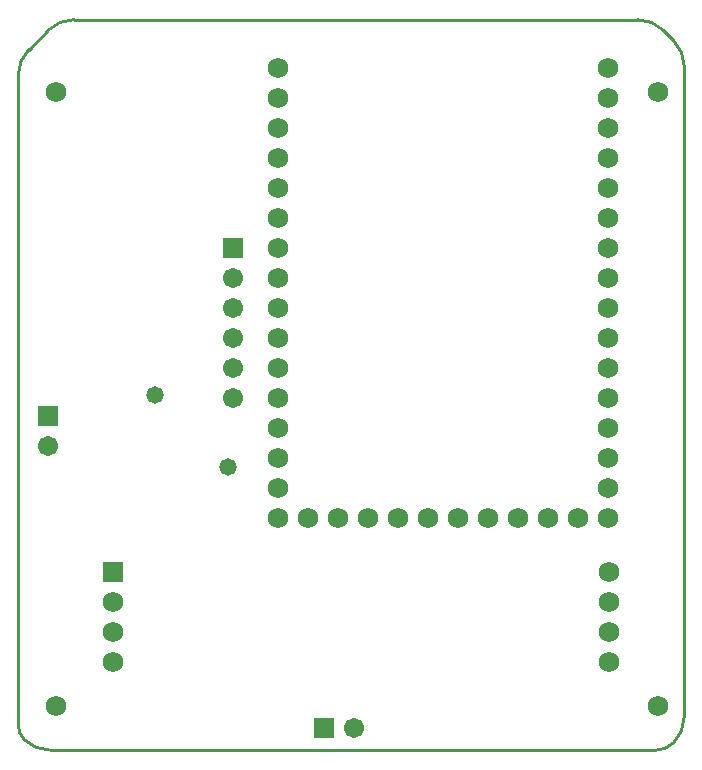
<source format=gbs>
G04 Layer_Color=16711935*
%FSLAX25Y25*%
%MOIN*%
G70*
G01*
G75*
%ADD14C,0.01000*%
%ADD27R,0.06706X0.06706*%
%ADD28C,0.06706*%
%ADD29C,0.06800*%
%ADD30R,0.06800X0.06800*%
%ADD31R,0.06706X0.06706*%
%ADD32C,0.05800*%
D14*
X360035Y343464D02*
G03*
X351500Y347000I-8535J-8535D01*
G01*
X367000Y331500D02*
G03*
X363464Y340036I-12071J0D01*
G01*
Y105965D02*
G03*
X367000Y114500I-8535J8535D01*
G01*
X357515Y103500D02*
G03*
X363464Y105965I0J8414D01*
G01*
X146965Y107036D02*
G03*
X155500Y103500I8535J8535D01*
G01*
X145000Y111778D02*
G03*
X146965Y107036I6707J0D01*
G01*
X148536Y337035D02*
G03*
X145000Y328500I8535J-8535D01*
G01*
X163500Y347000D02*
G03*
X154964Y343464I0J-12071D01*
G01*
X281000Y347000D02*
X351500D01*
X360035Y343464D02*
X363464Y340036D01*
X367000Y114500D02*
Y331500D01*
X155500Y103500D02*
X357515D01*
X145000Y111778D02*
Y319500D01*
Y328500D01*
X148536Y337035D02*
X154964Y343464D01*
X163500Y347000D02*
X281000D01*
D27*
X216653Y270953D02*
D03*
X154848Y215000D02*
D03*
D28*
X216653Y260953D02*
D03*
Y250953D02*
D03*
Y240953D02*
D03*
Y230953D02*
D03*
Y220953D02*
D03*
X154848Y205000D02*
D03*
X257000Y111000D02*
D03*
D29*
X342000Y133000D02*
D03*
Y143000D02*
D03*
Y153000D02*
D03*
Y163000D02*
D03*
X176646Y153000D02*
D03*
Y143000D02*
D03*
Y133000D02*
D03*
X231646Y181000D02*
D03*
Y191000D02*
D03*
Y201000D02*
D03*
Y211000D02*
D03*
Y221000D02*
D03*
Y231000D02*
D03*
Y241000D02*
D03*
Y251000D02*
D03*
Y261000D02*
D03*
Y271000D02*
D03*
Y281000D02*
D03*
Y291000D02*
D03*
Y301000D02*
D03*
Y311000D02*
D03*
Y321000D02*
D03*
Y331000D02*
D03*
X241646Y181000D02*
D03*
X251646D02*
D03*
X261646D02*
D03*
X271646D02*
D03*
X281646D02*
D03*
X291646D02*
D03*
X301646D02*
D03*
X311646D02*
D03*
X321646D02*
D03*
X331646D02*
D03*
X341646D02*
D03*
Y191000D02*
D03*
Y201000D02*
D03*
Y211000D02*
D03*
Y221000D02*
D03*
Y231000D02*
D03*
Y241000D02*
D03*
Y251000D02*
D03*
Y261000D02*
D03*
Y271000D02*
D03*
Y281000D02*
D03*
Y291000D02*
D03*
Y301000D02*
D03*
Y311000D02*
D03*
Y321000D02*
D03*
Y331000D02*
D03*
X157480Y118110D02*
D03*
X358268D02*
D03*
X157480Y322835D02*
D03*
X358268D02*
D03*
D30*
X176646Y163000D02*
D03*
D31*
X247000Y111000D02*
D03*
D32*
X215000Y198000D02*
D03*
X190500Y222000D02*
D03*
M02*

</source>
